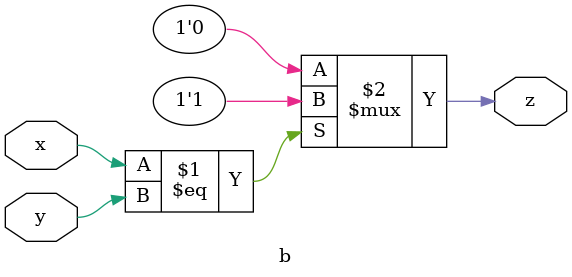
<source format=v>
module mt2015_q4 (input x, input y, output z);
    wire za1,za2,zb1,zb2;
    wire za1zb1_or;
    wire za2zb2_and;
    
    a ia1(x,y,za1);
    a ia2(x,y,za2);
    b ib1(x,y,zb1);
    b ib2(x,y,zb2);
     
    assign za1zb1_or  = za1|zb1;
    assign za2zb2_and = za2&zb2;
    assign z = za1zb1_or^za2zb2_and;
    
endmodule

module a (input x, input y, output z);
    assign z = (x^y)&x;
endmodule

module b ( input x, input y, output z );
    assign z = (x==y)?1'b1:1'b0;
endmodule



</source>
